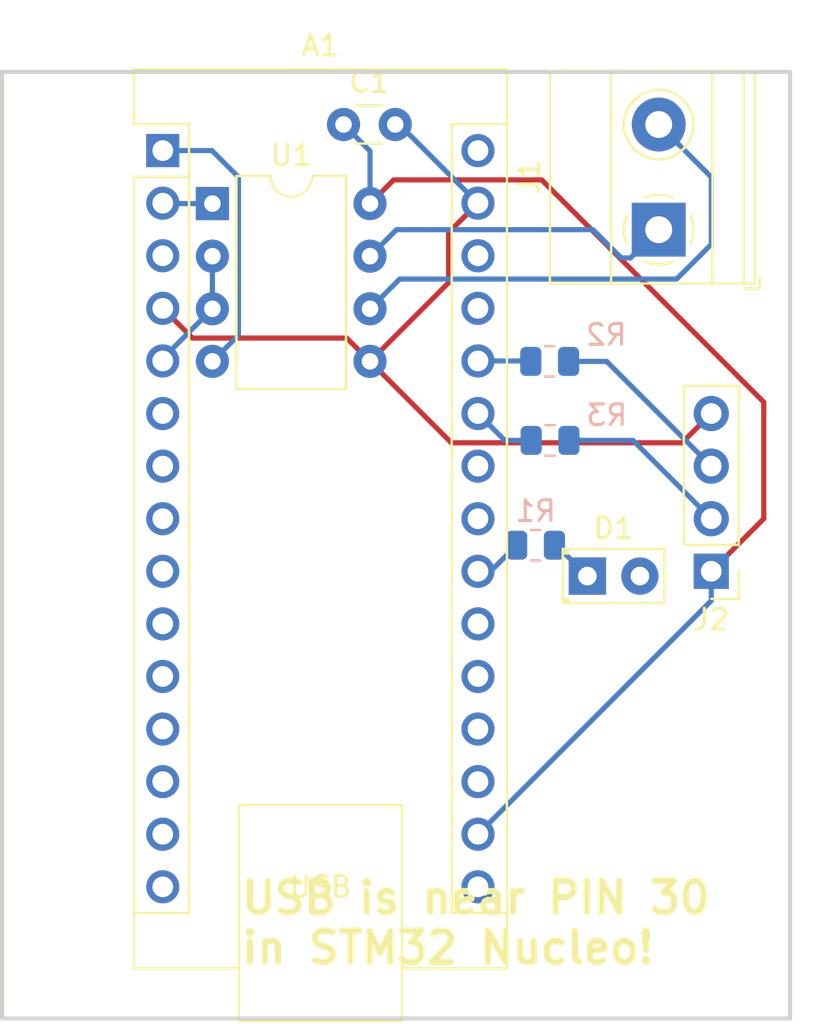
<source format=kicad_pcb>
(kicad_pcb (version 20221018) (generator pcbnew)
  (layers (0 "F.Cu" signal) (31 "B.Cu" signal) (34 "B.Paste" user) (35 "F.Paste" user) (36 "B.SilkS" user "B.Silkscreen") (37 "F.SilkS" user "F.Silkscreen") (38 "B.Mask" user) (39 "F.Mask" user) (44 "Edge.Cuts" user))
  (net 0 "")
  (net 1 "/RS485_TX")
  (net 2 "/RS485_RX")
  (net 4 "GND")
  (net 5 "/RS485_DE")
  (net 16 "+3.3V")
  (net 22 "Net-(A1-A6)")
  (net 23 "Net-(A1-A7)")
  (net 27 "/IR_TX")
  (net 28 "/IR_RX")
  (net 29 "/yellow_LED")
  (net 30 "/A+")
  (net 31 "/B-")
  (net 32 "Net-(D1-K)")
  (footprint "TerminalBlock_Phoenix:TerminalBlock_Phoenix_MKDS-1,5-2-5.08_1x02_P5.08mm_Horizontal" (layer "F.Cu") (at 127 66.04 90)
    (fp_text reference "J1" (at 2.54 -6.26 90) (layer "F.SilkS"))
    (fp_text value "Screw_Terminal_01x02")
    (fp_line (start -2.84 4.16) (end -2.84 4.9) (stroke (width 0.12)) (layer "F.SilkS"))
    (fp_line (start -2.84 4.9) (end -2.34 4.9) (stroke (width 0.12)) (layer "F.SilkS"))
    (fp_line (start -2.6 -5.261) (end -2.6 4.66) (stroke (width 0.12)) (layer "F.SilkS"))
    (fp_line (start -2.6 -5.261) (end 7.68 -5.261) (stroke (width 0.12)) (layer "F.SilkS"))
    (fp_line (start -2.6 -2.301) (end 7.68 -2.301) (stroke (width 0.12)) (layer "F.SilkS"))
    (fp_line (start -2.6 2.6) (end 7.68 2.6) (stroke (width 0.12)) (layer "F.SilkS"))
    (fp_line (start -2.6 4.1) (end 7.68 4.1) (stroke (width 0.12)) (layer "F.SilkS"))
    (fp_line (start -2.6 4.66) (end 7.68 4.66) (stroke (width 0.12)) (layer "F.SilkS"))
    (fp_line (start 3.853 1.023) (end 3.806 1.069) (stroke (width 0.12)) (layer "F.SilkS"))
    (fp_line (start 4.046 1.239) (end 4.011 1.274) (stroke (width 0.12)) (layer "F.SilkS"))
    (fp_line (start 6.15 -1.275) (end 6.115 -1.239) (stroke (width 0.12)) (layer "F.SilkS"))
    (fp_line (start 6.355 -1.069) (end 6.308 -1.023) (stroke (width 0.12)) (layer "F.SilkS"))
    (fp_line (start 7.68 -5.261) (end 7.68 4.66) (stroke (width 0.12)) (layer "F.SilkS"))
    (fp_arc (start -1.535427 0.683042) (mid -1.680501 -0.000524) (end -1.535 -0.684) (stroke (width 0.12)) (layer "F.SilkS"))
    (fp_arc (start -0.683042 -1.535427) (mid 0.000524 -1.680501) (end 0.684 -1.535) (stroke (width 0.12)) (layer "F.SilkS"))
    (fp_arc (start 0.028805 1.680253) (mid -0.335551 1.646659) (end -0.684 1.535) (stroke (width 0.12)) (layer "F.SilkS"))
    (fp_arc (start 0.683318 1.534756) (mid 0.349292 1.643288) (end 0 1.68) (stroke (width 0.12)) (layer "F.SilkS"))
    (fp_arc (start 1.535427 -0.683042) (mid 1.680501 0.000524) (end 1.535 0.684) (stroke (width 0.12)) (layer "F.SilkS"))
    (fp_circle (center 5.08 0) (end 6.76 0) (stroke (width 0.12)) (fill none) (layer "F.SilkS"))
    (pad "1" thru_hole rect (at 0 0 90) (size 2.6 2.6) (drill 1.3) (layers "*.Cu" "*.Mask") (net 31 "/B-"))
    (pad "2" thru_hole circle (at 5.08 0 90) (size 2.6 2.6) (drill 1.3) (layers "*.Cu" "*.Mask") (net 30 "/A+"))
  )
  (footprint "Capacitor_THT:C_Disc_D3.0mm_W1.6mm_P2.50mm" (layer "F.Cu") (at 111.76 60.96)
    (fp_text reference "C1" (at 1.25 -2.05) (layer "F.SilkS"))
    (fp_text value "47n")
    (fp_line (start 0.621 -0.92) (end 1.879 -0.92) (stroke (width 0.12)) (layer "F.SilkS"))
    (fp_line (start 0.621 0.92) (end 1.879 0.92) (stroke (width 0.12)) (layer "F.SilkS"))
    (pad "1" thru_hole circle (at 0 0) (size 1.6 1.6) (drill 0.8) (layers "*.Cu" "*.Mask") (net 16 "+3.3V"))
    (pad "2" thru_hole circle (at 2.5 0) (size 1.6 1.6) (drill 0.8) (layers "*.Cu" "*.Mask") (net 4 "GND"))
  )
  (footprint "Module:Arduino_Nano" (layer "F.Cu") (at 103.02 62.22)
    (fp_text reference "A1" (at 7.62 -5.08) (layer "F.SilkS"))
    (fp_text value "Arduino_Nano_v3.x")
    (fp_text user "USB" (at 7.62 35.56 unlocked) (layer "F.SilkS"))
    (fp_line (start -1.4 -3.94) (end -1.4 -1.27) (stroke (width 0.12)) (layer "F.SilkS"))
    (fp_line (start -1.4 1.27) (end -1.4 39.5) (stroke (width 0.12)) (layer "F.SilkS"))
    (fp_line (start -1.4 39.5) (end 3.68 39.5) (stroke (width 0.12)) (layer "F.SilkS"))
    (fp_line (start 1.27 -1.27) (end -1.4 -1.27) (stroke (width 0.12)) (layer "F.SilkS"))
    (fp_line (start 1.27 1.27) (end -1.4 1.27) (stroke (width 0.12)) (layer "F.SilkS"))
    (fp_line (start 1.27 1.27) (end 1.27 -1.27) (stroke (width 0.12)) (layer "F.SilkS"))
    (fp_line (start 1.27 1.27) (end 1.27 36.83) (stroke (width 0.12)) (layer "F.SilkS"))
    (fp_line (start 1.27 36.83) (end -1.4 36.83) (stroke (width 0.12)) (layer "F.SilkS"))
    (fp_line (start 3.68 31.62) (end 11.56 31.62) (stroke (width 0.12)) (layer "F.SilkS"))
    (fp_line (start 3.68 42.04) (end 3.68 31.62) (stroke (width 0.12)) (layer "F.SilkS"))
    (fp_line (start 11.56 31.62) (end 11.56 42.04) (stroke (width 0.12)) (layer "F.SilkS"))
    (fp_line (start 11.56 42.04) (end 3.68 42.04) (stroke (width 0.12)) (layer "F.SilkS"))
    (fp_line (start 13.97 -1.27) (end 13.97 36.83) (stroke (width 0.12)) (layer "F.SilkS"))
    (fp_line (start 13.97 -1.27) (end 16.64 -1.27) (stroke (width 0.12)) (layer "F.SilkS"))
    (fp_line (start 13.97 36.83) (end 16.64 36.83) (stroke (width 0.12)) (layer "F.SilkS"))
    (fp_line (start 16.64 -3.94) (end -1.4 -3.94) (stroke (width 0.12)) (layer "F.SilkS"))
    (fp_line (start 16.64 39.5) (end 11.56 39.5) (stroke (width 0.12)) (layer "F.SilkS"))
    (fp_line (start 16.64 39.5) (end 16.64 -3.94) (stroke (width 0.12)) (layer "F.SilkS"))
    (pad "1" thru_hole rect (at 0 0) (size 1.6 1.6) (drill 1) (layers "*.Cu" "*.Mask") (net 1 "/RS485_TX"))
    (pad "2" thru_hole oval (at 0 2.54) (size 1.6 1.6) (drill 1) (layers "*.Cu" "*.Mask") (net 2 "/RS485_RX"))
    (pad "3" thru_hole oval (at 0 5.08) (size 1.6 1.6) (drill 1) (layers "*.Cu" "*.Mask"))
    (pad "4" thru_hole oval (at 0 7.62) (size 1.6 1.6) (drill 1) (layers "*.Cu" "*.Mask") (net 4 "GND"))
    (pad "5" thru_hole oval (at 0 10.16) (size 1.6 1.6) (drill 1) (layers "*.Cu" "*.Mask") (net 5 "/RS485_DE"))
    (pad "6" thru_hole oval (at 0 12.7) (size 1.6 1.6) (drill 1) (layers "*.Cu" "*.Mask"))
    (pad "7" thru_hole oval (at 0 15.24) (size 1.6 1.6) (drill 1) (layers "*.Cu" "*.Mask"))
    (pad "8" thru_hole oval (at 0 17.78) (size 1.6 1.6) (drill 1) (layers "*.Cu" "*.Mask"))
    (pad "9" thru_hole oval (at 0 20.32) (size 1.6 1.6) (drill 1) (layers "*.Cu" "*.Mask"))
    (pad "10" thru_hole oval (at 0 22.86) (size 1.6 1.6) (drill 1) (layers "*.Cu" "*.Mask"))
    (pad "11" thru_hole oval (at 0 25.4) (size 1.6 1.6) (drill 1) (layers "*.Cu" "*.Mask"))
    (pad "12" thru_hole oval (at 0 27.94) (size 1.6 1.6) (drill 1) (layers "*.Cu" "*.Mask"))
    (pad "13" thru_hole oval (at 0 30.48) (size 1.6 1.6) (drill 1) (layers "*.Cu" "*.Mask"))
    (pad "14" thru_hole oval (at 0 33.02) (size 1.6 1.6) (drill 1) (layers "*.Cu" "*.Mask"))
    (pad "15" thru_hole oval (at 0 35.56) (size 1.6 1.6) (drill 1) (layers "*.Cu" "*.Mask"))
    (pad "16" thru_hole oval (at 15.24 35.56) (size 1.6 1.6) (drill 1) (layers "*.Cu" "*.Mask"))
    (pad "17" thru_hole oval (at 15.24 33.02) (size 1.6 1.6) (drill 1) (layers "*.Cu" "*.Mask") (net 16 "+3.3V"))
    (pad "18" thru_hole oval (at 15.24 30.48) (size 1.6 1.6) (drill 1) (layers "*.Cu" "*.Mask"))
    (pad "19" thru_hole oval (at 15.24 27.94) (size 1.6 1.6) (drill 1) (layers "*.Cu" "*.Mask"))
    (pad "20" thru_hole oval (at 15.24 25.4) (size 1.6 1.6) (drill 1) (layers "*.Cu" "*.Mask"))
    (pad "21" thru_hole oval (at 15.24 22.86) (size 1.6 1.6) (drill 1) (layers "*.Cu" "*.Mask"))
    (pad "22" thru_hole oval (at 15.24 20.32) (size 1.6 1.6) (drill 1) (layers "*.Cu" "*.Mask") (net 29 "/yellow_LED"))
    (pad "23" thru_hole oval (at 15.24 17.78) (size 1.6 1.6) (drill 1) (layers "*.Cu" "*.Mask"))
    (pad "24" thru_hole oval (at 15.24 15.24) (size 1.6 1.6) (drill 1) (layers "*.Cu" "*.Mask"))
    (pad "25" thru_hole oval (at 15.24 12.7) (size 1.6 1.6) (drill 1) (layers "*.Cu" "*.Mask") (net 22 "Net-(A1-A6)"))
    (pad "26" thru_hole oval (at 15.24 10.16) (size 1.6 1.6) (drill 1) (layers "*.Cu" "*.Mask") (net 23 "Net-(A1-A7)"))
    (pad "27" thru_hole oval (at 15.24 7.62) (size 1.6 1.6) (drill 1) (layers "*.Cu" "*.Mask"))
    (pad "28" thru_hole oval (at 15.24 5.08) (size 1.6 1.6) (drill 1) (layers "*.Cu" "*.Mask"))
    (pad "29" thru_hole oval (at 15.24 2.54) (size 1.6 1.6) (drill 1) (layers "*.Cu" "*.Mask") (net 4 "GND"))
    (pad "30" thru_hole oval (at 15.24 0) (size 1.6 1.6) (drill 1) (layers "*.Cu" "*.Mask"))
  )
  (footprint "Connector_PinHeader_2.54mm:PinHeader_1x04_P2.54mm_Vertical" (layer "F.Cu") (at 129.54 82.54 180)
    (fp_text reference "J2" (at 0 -2.33) (layer "F.SilkS"))
    (fp_text value "Conn_01x04_Pin")
    (fp_line (start -1.33 -1.33) (end 0 -1.33) (stroke (width 0.12)) (layer "F.SilkS"))
    (fp_line (start -1.33 0) (end -1.33 -1.33) (stroke (width 0.12)) (layer "F.SilkS"))
    (fp_line (start -1.33 1.27) (end -1.33 8.95) (stroke (width 0.12)) (layer "F.SilkS"))
    (fp_line (start -1.33 1.27) (end 1.33 1.27) (stroke (width 0.12)) (layer "F.SilkS"))
    (fp_line (start -1.33 8.95) (end 1.33 8.95) (stroke (width 0.12)) (layer "F.SilkS"))
    (fp_line (start 1.33 1.27) (end 1.33 8.95) (stroke (width 0.12)) (layer "F.SilkS"))
    (pad "1" thru_hole rect (at 0 0 180) (size 1.7 1.7) (drill 1) (layers "*.Cu" "*.Mask") (net 16 "+3.3V"))
    (pad "2" thru_hole oval (at 0 2.54 180) (size 1.7 1.7) (drill 1) (layers "*.Cu" "*.Mask") (net 27 "/IR_TX"))
    (pad "3" thru_hole oval (at 0 5.08 180) (size 1.7 1.7) (drill 1) (layers "*.Cu" "*.Mask") (net 28 "/IR_RX"))
    (pad "4" thru_hole oval (at 0 7.62 180) (size 1.7 1.7) (drill 1) (layers "*.Cu" "*.Mask") (net 4 "GND"))
  )
  (footprint "LED_THT:LED_D2.0mm_W4.8mm_H2.5mm_FlatTop" (layer "F.Cu") (at 123.549435 82.771347)
    (fp_text reference "D1" (at 1.27 -2.31) (layer "F.SilkS"))
    (fp_text value "LED")
    (fp_line (start -1.19 -1.31) (end -1.19 1.31) (stroke (width 0.12)) (layer "F.SilkS"))
    (fp_line (start -1.19 -1.31) (end 3.73 -1.31) (stroke (width 0.12)) (layer "F.SilkS"))
    (fp_line (start -1.19 1.31) (end 3.73 1.31) (stroke (width 0.12)) (layer "F.SilkS"))
    (fp_line (start -1.07 -1.31) (end -1.07 -1.08) (stroke (width 0.12)) (layer "F.SilkS"))
    (fp_line (start -1.07 1.08) (end -1.07 1.31) (stroke (width 0.12)) (layer "F.SilkS"))
    (fp_line (start -0.95 -1.31) (end -0.95 -1.08) (stroke (width 0.12)) (layer "F.SilkS"))
    (fp_line (start -0.95 1.08) (end -0.95 1.31) (stroke (width 0.12)) (layer "F.SilkS"))
    (fp_line (start 3.73 -1.31) (end 3.73 1.31) (stroke (width 0.12)) (layer "F.SilkS"))
    (pad "1" thru_hole rect (at 0 0) (size 1.8 1.8) (drill 0.9) (layers "*.Cu" "*.Mask") (net 32 "Net-(D1-K)"))
    (pad "2" thru_hole circle (at 2.54 0) (size 1.8 1.8) (drill 0.9) (layers "*.Cu" "*.Mask") (net 16 "+3.3V"))
  )
  (footprint "Package_DIP:DIP-8_W7.62mm" (layer "F.Cu") (at 105.42 64.78)
    (fp_text reference "U1" (at 3.81 -2.33) (layer "F.SilkS"))
    (fp_text value "MAX485E")
    (fp_line (start 1.16 -1.33) (end 1.16 8.95) (stroke (width 0.12)) (layer "F.SilkS"))
    (fp_line (start 1.16 8.95) (end 6.46 8.95) (stroke (width 0.12)) (layer "F.SilkS"))
    (fp_line (start 2.81 -1.33) (end 1.16 -1.33) (stroke (width 0.12)) (layer "F.SilkS"))
    (fp_line (start 6.46 -1.33) (end 4.81 -1.33) (stroke (width 0.12)) (layer "F.SilkS"))
    (fp_line (start 6.46 8.95) (end 6.46 -1.33) (stroke (width 0.12)) (layer "F.SilkS"))
    (fp_arc (start 4.81 -1.33) (mid 3.81 -0.33) (end 2.81 -1.33) (stroke (width 0.12)) (layer "F.SilkS"))
    (pad "1" thru_hole rect (at 0 0) (size 1.6 1.6) (drill 0.8) (layers "*.Cu" "*.Mask") (net 2 "/RS485_RX"))
    (pad "2" thru_hole oval (at 0 2.54) (size 1.6 1.6) (drill 0.8) (layers "*.Cu" "*.Mask") (net 5 "/RS485_DE"))
    (pad "3" thru_hole oval (at 0 5.08) (size 1.6 1.6) (drill 0.8) (layers "*.Cu" "*.Mask") (net 5 "/RS485_DE"))
    (pad "4" thru_hole oval (at 0 7.62) (size 1.6 1.6) (drill 0.8) (layers "*.Cu" "*.Mask") (net 1 "/RS485_TX"))
    (pad "5" thru_hole oval (at 7.62 7.62) (size 1.6 1.6) (drill 0.8) (layers "*.Cu" "*.Mask") (net 4 "GND"))
    (pad "6" thru_hole oval (at 7.62 5.08) (size 1.6 1.6) (drill 0.8) (layers "*.Cu" "*.Mask") (net 30 "/A+"))
    (pad "7" thru_hole oval (at 7.62 2.54) (size 1.6 1.6) (drill 0.8) (layers "*.Cu" "*.Mask") (net 31 "/B-"))
    (pad "8" thru_hole oval (at 7.62 0) (size 1.6 1.6) (drill 0.8) (layers "*.Cu" "*.Mask") (net 16 "+3.3V"))
  )
  (footprint "Resistor_SMD:R_0805_2012Metric" (layer "B.Cu") (at 121.74577 76.217422)
    (fp_text reference "R3" (at 2.745693 -1.218567) (layer "B.SilkS") (effects (justify mirror)))
    (fp_text value "33")
    (fp_line (start -0.227064 -0.735) (end 0.227064 -0.735) (stroke (width 0.12)) (layer "B.SilkS"))
    (fp_line (start -0.227064 0.735) (end 0.227064 0.735) (stroke (width 0.12)) (layer "B.SilkS"))
    (pad "1" smd roundrect (at -0.9125 0) (size 1.025 1.4) (layers "B.Cu" "B.Paste" "B.Mask") (roundrect_rratio 0.243902) (net 22 "Net-(A1-A6)"))
    (pad "2" smd roundrect (at 0.9125 0) (size 1.025 1.4) (layers "B.Cu" "B.Paste" "B.Mask") (roundrect_rratio 0.243902) (net 27 "/IR_TX"))
  )
  (footprint "Resistor_SMD:R_0805_2012Metric" (layer "B.Cu") (at 121.043947 81.28 180)
    (fp_text reference "R1" (at 0 1.65) (layer "B.SilkS") (effects (justify mirror)))
    (fp_text value "270")
    (fp_line (start -0.227064 -0.735) (end 0.227064 -0.735) (stroke (width 0.12)) (layer "B.SilkS"))
    (fp_line (start -0.227064 0.735) (end 0.227064 0.735) (stroke (width 0.12)) (layer "B.SilkS"))
    (pad "1" smd roundrect (at -0.9125 0 180) (size 1.025 1.4) (layers "B.Cu" "B.Paste" "B.Mask") (roundrect_rratio 0.243902) (net 32 "Net-(D1-K)"))
    (pad "2" smd roundrect (at 0.9125 0 180) (size 1.025 1.4) (layers "B.Cu" "B.Paste" "B.Mask") (roundrect_rratio 0.243902) (net 29 "/yellow_LED"))
  )
  (footprint "Resistor_SMD:R_0805_2012Metric" (layer "B.Cu") (at 121.728347 72.40179)
    (fp_text reference "R2" (at 2.731653 -1.28179) (layer "B.SilkS") (effects (justify mirror)))
    (fp_text value "33")
    (fp_line (start -0.227064 -0.735) (end 0.227064 -0.735) (stroke (width 0.12)) (layer "B.SilkS"))
    (fp_line (start -0.227064 0.735) (end 0.227064 0.735) (stroke (width 0.12)) (layer "B.SilkS"))
    (pad "1" smd roundrect (at -0.9125 0) (size 1.025 1.4) (layers "B.Cu" "B.Paste" "B.Mask") (roundrect_rratio 0.243902) (net 23 "Net-(A1-A7)"))
    (pad "2" smd roundrect (at 0.9125 0) (size 1.025 1.4) (layers "B.Cu" "B.Paste" "B.Mask") (roundrect_rratio 0.243902) (net 28 "/IR_RX"))
  )
  (gr_rect (start 95.25 58.42) (end 133.35 104.14) (stroke (width 0.2)) (fill none) (layer "Edge.Cuts"))
  (gr_text "USB is near PIN 30\nin STM32 Nucleo!" (at 106.68 101.6) (layer "F.SilkS") (effects (font (size 1.5 1.5) (thickness 0.3) bold) (justify left bottom)))
  (segment (start 106.68 71.14) (end 106.68 63.5) (width 0.25) (layer "B.Cu") (net 1))
  (segment (start 105.42 72.4) (end 106.68 71.14) (width 0.25) (layer "B.Cu") (net 1))
  (segment (start 105.4 62.22) (end 103.02 62.22) (width 0.25) (layer "B.Cu") (net 1))
  (segment (start 106.68 63.5) (end 105.4 62.22) (width 0.25) (layer "B.Cu") (net 1))
  (segment (start 103.04 64.78) (end 103.02 64.76) (width 0.25) (layer "B.Cu") (net 2))
  (segment (start 105.42 64.78) (end 103.04 64.78) (width 0.25) (layer "B.Cu") (net 2))
  (segment (start 103.02 69.84) (end 104.455 71.275) (width 0.25) (layer "F.Cu") (net 4))
  (segment (start 116.975 76.335) (end 128.125 76.335) (width 0.25) (layer "F.Cu") (net 4))
  (segment (start 128.125 76.335) (end 129.54 74.92) (width 0.25) (layer "F.Cu") (net 4))
  (segment (start 111.915 71.275) (end 113.04 72.4) (width 0.25) (layer "F.Cu") (net 4))
  (segment (start 116.84 68.6) (end 113.04 72.4) (width 0.25) (layer "F.Cu") (net 4))
  (segment (start 113.04 72.4) (end 116.975 76.335) (width 0.25) (layer "F.Cu") (net 4))
  (segment (start 118.26 64.76) (end 116.84 66.18) (width 0.25) (layer "F.Cu") (net 4))
  (segment (start 104.455 71.275) (end 111.915 71.275) (width 0.25) (layer "F.Cu") (net 4))
  (segment (start 116.84 66.18) (end 116.84 68.6) (width 0.25) (layer "F.Cu") (net 4))
  (segment (start 118.26 64.76) (end 114.46 60.96) (width 0.25) (layer "B.Cu") (net 4))
  (segment (start 114.46 60.96) (end 114.26 60.96) (width 0.25) (layer "B.Cu") (net 4))
  (segment (start 103.02 72.26) (end 103.02 72.38) (width 0.25) (layer "B.Cu") (net 5))
  (segment (start 105.42 67.32) (end 105.42 69.86) (width 0.25) (layer "B.Cu") (net 5))
  (segment (start 105.42 69.86) (end 103.02 72.26) (width 0.25) (layer "B.Cu") (net 5))
  (segment (start 121.345 63.635) (end 132.08 74.37) (width 0.25) (layer "F.Cu") (net 16))
  (segment (start 132.08 80) (end 129.54 82.54) (width 0.25) (layer "F.Cu") (net 16))
  (segment (start 132.08 74.37) (end 132.08 80) (width 0.25) (layer "F.Cu") (net 16))
  (segment (start 113.04 64.78) (end 114.185 63.635) (width 0.25) (layer "F.Cu") (net 16))
  (segment (start 114.185 63.635) (end 121.345 63.635) (width 0.25) (layer "F.Cu") (net 16))
  (segment (start 113.04 62.24) (end 111.76 60.96) (width 0.25) (layer "B.Cu") (net 16))
  (segment (start 129.54 83.96) (end 118.26 95.24) (width 0.25) (layer "B.Cu") (net 16))
  (segment (start 113.04 64.78) (end 113.04 62.24) (width 0.25) (layer "B.Cu") (net 16))
  (segment (start 129.54 82.54) (end 129.54 83.96) (width 0.25) (layer "B.Cu") (net 16))
  (segment (start 120.83327 76.217422) (end 119.557422 76.217422) (width 0.25) (layer "B.Cu") (net 22))
  (segment (start 119.557422 76.217422) (end 118.26 74.92) (width 0.25) (layer "B.Cu") (net 22))
  (segment (start 120.794057 72.38) (end 120.815847 72.40179) (width 0.25) (layer "B.Cu") (net 23))
  (segment (start 118.26 72.38) (end 120.794057 72.38) (width 0.25) (layer "B.Cu") (net 23))
  (segment (start 125.757422 76.217422) (end 129.54 80) (width 0.25) (layer "B.Cu") (net 27))
  (segment (start 122.65827 76.217422) (end 125.757422 76.217422) (width 0.25) (layer "B.Cu") (net 27))
  (segment (start 124.48179 72.40179) (end 129.54 77.46) (width 0.25) (layer "B.Cu") (net 28))
  (segment (start 122.640847 72.40179) (end 124.48179 72.40179) (width 0.25) (layer "B.Cu") (net 28))
  (segment (start 118.871447 82.54) (end 120.131447 81.28) (width 0.25) (layer "B.Cu") (net 29))
  (segment (start 118.26 82.54) (end 118.871447 82.54) (width 0.25) (layer "B.Cu") (net 29))
  (segment (start 129.54 66.75) (end 129.54 63.5) (width 0.25) (layer "B.Cu") (net 30))
  (segment (start 113.04 69.86) (end 114.475 68.425) (width 0.25) (layer "B.Cu") (net 30))
  (segment (start 114.475 68.425) (end 127.865 68.425) (width 0.25) (layer "B.Cu") (net 30))
  (segment (start 129.54 63.5) (end 127 60.96) (width 0.25) (layer "B.Cu") (net 30))
  (segment (start 127.865 68.425) (end 129.54 66.75) (width 0.25) (layer "B.Cu") (net 30))
  (segment (start 114.32 66.04) (end 113.04 67.32) (width 0.25) (layer "B.Cu") (net 31))
  (segment (start 125.635 67.405) (end 125.188604 67.405) (width 0.25) (layer "B.Cu") (net 31))
  (segment (start 127 66.04) (end 125.635 67.405) (width 0.25) (layer "B.Cu") (net 31))
  (segment (start 125.188604 67.405) (end 123.823604 66.04) (width 0.25) (layer "B.Cu") (net 31))
  (segment (start 123.823604 66.04) (end 114.32 66.04) (width 0.25) (layer "B.Cu") (net 31))
  (segment (start 121.956447 81.28) (end 122.058088 81.28) (width 0.25) (layer "B.Cu") (net 32))
  (segment (start 122.058088 81.28) (end 123.549435 82.771347) (width 0.25) (layer "B.Cu") (net 32))
)
</source>
